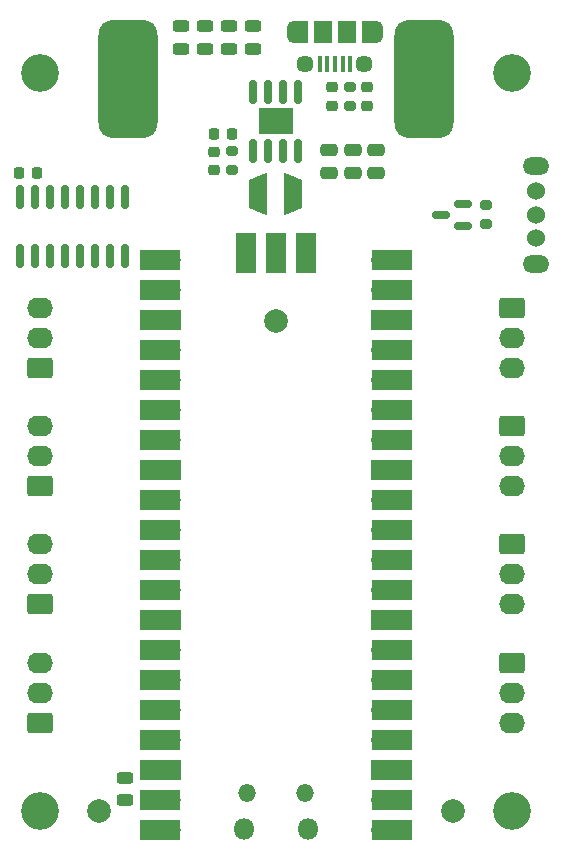
<source format=gts>
%TF.GenerationSoftware,KiCad,Pcbnew,(7.0.0)*%
%TF.CreationDate,2023-03-15T20:35:50+00:00*%
%TF.ProjectId,porta-jelly,706f7274-612d-46a6-956c-6c792e6b6963,rev?*%
%TF.SameCoordinates,Original*%
%TF.FileFunction,Soldermask,Top*%
%TF.FilePolarity,Negative*%
%FSLAX46Y46*%
G04 Gerber Fmt 4.6, Leading zero omitted, Abs format (unit mm)*
G04 Created by KiCad (PCBNEW (7.0.0)) date 2023-03-15 20:35:50*
%MOMM*%
%LPD*%
G01*
G04 APERTURE LIST*
G04 Aperture macros list*
%AMRoundRect*
0 Rectangle with rounded corners*
0 $1 Rounding radius*
0 $2 $3 $4 $5 $6 $7 $8 $9 X,Y pos of 4 corners*
0 Add a 4 corners polygon primitive as box body*
4,1,4,$2,$3,$4,$5,$6,$7,$8,$9,$2,$3,0*
0 Add four circle primitives for the rounded corners*
1,1,$1+$1,$2,$3*
1,1,$1+$1,$4,$5*
1,1,$1+$1,$6,$7*
1,1,$1+$1,$8,$9*
0 Add four rect primitives between the rounded corners*
20,1,$1+$1,$2,$3,$4,$5,0*
20,1,$1+$1,$4,$5,$6,$7,0*
20,1,$1+$1,$6,$7,$8,$9,0*
20,1,$1+$1,$8,$9,$2,$3,0*%
%AMOutline4P*
0 Free polygon, 4 corners , with rotation*
0 The origin of the aperture is its center*
0 number of corners: always 4*
0 $1 to $8 corner X, Y*
0 $9 Rotation angle, in degrees counterclockwise*
0 create outline with 4 corners*
4,1,4,$1,$2,$3,$4,$5,$6,$7,$8,$1,$2,$9*%
G04 Aperture macros list end*
%ADD10RoundRect,0.243750X0.456250X-0.243750X0.456250X0.243750X-0.456250X0.243750X-0.456250X-0.243750X0*%
%ADD11RoundRect,0.225000X-0.250000X0.225000X-0.250000X-0.225000X0.250000X-0.225000X0.250000X0.225000X0*%
%ADD12RoundRect,0.250000X0.845000X-0.620000X0.845000X0.620000X-0.845000X0.620000X-0.845000X-0.620000X0*%
%ADD13O,2.190000X1.740000*%
%ADD14RoundRect,0.200000X-0.275000X0.200000X-0.275000X-0.200000X0.275000X-0.200000X0.275000X0.200000X0*%
%ADD15RoundRect,0.250000X-0.845000X0.620000X-0.845000X-0.620000X0.845000X-0.620000X0.845000X0.620000X0*%
%ADD16RoundRect,0.250000X-0.475000X0.250000X-0.475000X-0.250000X0.475000X-0.250000X0.475000X0.250000X0*%
%ADD17RoundRect,0.200000X0.275000X-0.200000X0.275000X0.200000X-0.275000X0.200000X-0.275000X-0.200000X0*%
%ADD18RoundRect,0.225000X0.250000X-0.225000X0.250000X0.225000X-0.250000X0.225000X-0.250000X-0.225000X0*%
%ADD19Outline4P,-0.725000X-1.800000X0.725000X-1.200000X0.725000X1.200000X-0.725000X1.800000X0.000000*%
%ADD20Outline4P,-0.725000X-1.200000X0.725000X-1.800000X0.725000X1.800000X-0.725000X1.200000X0.000000*%
%ADD21RoundRect,0.243750X-0.456250X0.243750X-0.456250X-0.243750X0.456250X-0.243750X0.456250X0.243750X0*%
%ADD22C,3.200000*%
%ADD23C,2.000000*%
%ADD24R,0.400000X1.350000*%
%ADD25O,1.200000X1.900000*%
%ADD26R,1.200000X1.900000*%
%ADD27C,1.450000*%
%ADD28R,1.500000X1.900000*%
%ADD29RoundRect,0.150000X0.587500X0.150000X-0.587500X0.150000X-0.587500X-0.150000X0.587500X-0.150000X0*%
%ADD30RoundRect,0.150000X0.150000X-0.825000X0.150000X0.825000X-0.150000X0.825000X-0.150000X-0.825000X0*%
%ADD31O,2.250000X1.500000*%
%ADD32C,1.524000*%
%ADD33RoundRect,0.225000X0.225000X0.250000X-0.225000X0.250000X-0.225000X-0.250000X0.225000X-0.250000X0*%
%ADD34O,1.800000X1.800000*%
%ADD35O,1.500000X1.500000*%
%ADD36O,1.700000X1.700000*%
%ADD37R,3.500000X1.700000*%
%ADD38R,1.700000X1.700000*%
%ADD39R,1.700000X3.500000*%
%ADD40RoundRect,0.150000X-0.150000X0.825000X-0.150000X-0.825000X0.150000X-0.825000X0.150000X0.825000X0*%
%ADD41R,3.000000X2.290000*%
%ADD42RoundRect,1.250000X1.250000X-3.750000X1.250000X3.750000X-1.250000X3.750000X-1.250000X-3.750000X0*%
%ADD43RoundRect,0.225000X-0.225000X-0.250000X0.225000X-0.250000X0.225000X0.250000X-0.225000X0.250000X0*%
G04 APERTURE END LIST*
D10*
%TO.C,D2*%
X101950000Y-67937500D03*
X101950000Y-66062500D03*
%TD*%
%TO.C,D4*%
X106050000Y-67937500D03*
X106050000Y-66062500D03*
%TD*%
D11*
%TO.C,C2*%
X114750000Y-71225000D03*
X114750000Y-72775000D03*
%TD*%
D12*
%TO.C,J3*%
X90000000Y-95000000D03*
D13*
X89999999Y-92459999D03*
X89999999Y-89919999D03*
%TD*%
D14*
%TO.C,R2*%
X116250000Y-71175000D03*
X116250000Y-72825000D03*
%TD*%
D12*
%TO.C,J4*%
X90000000Y-105000000D03*
D13*
X89999999Y-102459999D03*
X89999999Y-99919999D03*
%TD*%
D10*
%TO.C,D1*%
X97250000Y-131537500D03*
X97250000Y-129662500D03*
%TD*%
D15*
%TO.C,J9*%
X130000000Y-99920000D03*
D13*
X129999999Y-102459999D03*
X129999999Y-104999999D03*
%TD*%
D16*
%TO.C,C4*%
X116500000Y-76550000D03*
X116500000Y-78450000D03*
%TD*%
D17*
%TO.C,R3*%
X106250000Y-78250000D03*
X106250000Y-76600000D03*
%TD*%
D12*
%TO.C,J5*%
X90000000Y-115000000D03*
D13*
X89999999Y-112459999D03*
X89999999Y-109919999D03*
%TD*%
D18*
%TO.C,C7*%
X117750000Y-72775000D03*
X117750000Y-71225000D03*
%TD*%
D19*
%TO.C,L1*%
X111475000Y-80250000D03*
D20*
X108525000Y-80250000D03*
%TD*%
D21*
%TO.C,D3*%
X104000000Y-66062500D03*
X104000000Y-67937500D03*
%TD*%
D22*
%TO.C,H4*%
X130000000Y-132500000D03*
%TD*%
D15*
%TO.C,J8*%
X130000000Y-109920000D03*
D13*
X129999999Y-112459999D03*
X129999999Y-114999999D03*
%TD*%
D23*
%TO.C,FID3*%
X125000000Y-132500000D03*
%TD*%
D15*
%TO.C,J7*%
X130000000Y-119920000D03*
D13*
X129999999Y-122459999D03*
X129999999Y-124999999D03*
%TD*%
D24*
%TO.C,J1*%
X116299999Y-69212499D03*
X115649999Y-69212499D03*
X114999999Y-69212499D03*
X114349999Y-69212499D03*
X113699999Y-69212499D03*
D25*
X118499999Y-66512499D03*
D26*
X117899999Y-66512499D03*
D27*
X117500000Y-69212500D03*
D28*
X115999999Y-66512499D03*
X113999999Y-66512499D03*
D27*
X112500000Y-69212500D03*
D26*
X112099999Y-66512499D03*
D25*
X111499999Y-66512499D03*
%TD*%
D29*
%TO.C,Q1*%
X125875000Y-82950000D03*
X125875000Y-81050000D03*
X124000000Y-82000000D03*
%TD*%
D30*
%TO.C,U1*%
X88305000Y-85475000D03*
X89575000Y-85475000D03*
X90845000Y-85475000D03*
X92115000Y-85475000D03*
X93385000Y-85475000D03*
X94655000Y-85475000D03*
X95925000Y-85475000D03*
X97195000Y-85475000D03*
X97195000Y-80525000D03*
X95925000Y-80525000D03*
X94655000Y-80525000D03*
X93385000Y-80525000D03*
X92115000Y-80525000D03*
X90845000Y-80525000D03*
X89575000Y-80525000D03*
X88305000Y-80525000D03*
%TD*%
D31*
%TO.C,SW1*%
X131999999Y-86149999D03*
X131999999Y-77849999D03*
D32*
X132000000Y-84000000D03*
X132000000Y-82000000D03*
X132000000Y-80000000D03*
%TD*%
D12*
%TO.C,J6*%
X90000000Y-125000000D03*
D13*
X89999999Y-122459999D03*
X89999999Y-119919999D03*
%TD*%
D33*
%TO.C,C8*%
X106275000Y-75175000D03*
X104725000Y-75175000D03*
%TD*%
D16*
%TO.C,C3*%
X118500000Y-76550000D03*
X118500000Y-78450000D03*
%TD*%
D22*
%TO.C,H2*%
X90000000Y-70000000D03*
%TD*%
D18*
%TO.C,C6*%
X104750000Y-78200000D03*
X104750000Y-76650000D03*
%TD*%
D16*
%TO.C,C5*%
X114500000Y-76550000D03*
X114500000Y-78450000D03*
%TD*%
D17*
%TO.C,R4*%
X127750000Y-82825000D03*
X127750000Y-81175000D03*
%TD*%
D15*
%TO.C,J10*%
X130000000Y-89920000D03*
D13*
X129999999Y-92459999D03*
X129999999Y-94999999D03*
%TD*%
D23*
%TO.C,FID2*%
X110000000Y-91000000D03*
%TD*%
D34*
%TO.C,U2*%
X112724999Y-133999999D03*
D35*
X112424999Y-130969999D03*
X107574999Y-130969999D03*
D34*
X107274999Y-133999999D03*
D36*
X118889999Y-134129999D03*
D37*
X119789999Y-134129999D03*
D36*
X118889999Y-131589999D03*
D37*
X119789999Y-131589999D03*
D38*
X118889999Y-129049999D03*
D37*
X119789999Y-129049999D03*
D36*
X118889999Y-126509999D03*
D37*
X119789999Y-126509999D03*
D36*
X118889999Y-123969999D03*
D37*
X119789999Y-123969999D03*
D36*
X118889999Y-121429999D03*
D37*
X119789999Y-121429999D03*
D36*
X118889999Y-118889999D03*
D37*
X119789999Y-118889999D03*
D38*
X118889999Y-116349999D03*
D37*
X119789999Y-116349999D03*
D36*
X118889999Y-113809999D03*
D37*
X119789999Y-113809999D03*
D36*
X118889999Y-111269999D03*
D37*
X119789999Y-111269999D03*
D36*
X118889999Y-108729999D03*
D37*
X119789999Y-108729999D03*
D36*
X118889999Y-106189999D03*
D37*
X119789999Y-106189999D03*
D38*
X118889999Y-103649999D03*
D37*
X119789999Y-103649999D03*
D36*
X118889999Y-101109999D03*
D37*
X119789999Y-101109999D03*
D36*
X118889999Y-98569999D03*
D37*
X119789999Y-98569999D03*
D36*
X118889999Y-96029999D03*
D37*
X119789999Y-96029999D03*
D36*
X118889999Y-93489999D03*
D37*
X119789999Y-93489999D03*
D38*
X118889999Y-90949999D03*
D37*
X119789999Y-90949999D03*
D36*
X118889999Y-88409999D03*
D37*
X119789999Y-88409999D03*
D36*
X118889999Y-85869999D03*
D37*
X119789999Y-85869999D03*
D36*
X101109999Y-85869999D03*
D37*
X100209999Y-85869999D03*
D36*
X101109999Y-88409999D03*
D37*
X100209999Y-88409999D03*
D38*
X101109999Y-90949999D03*
D37*
X100209999Y-90949999D03*
D36*
X101109999Y-93489999D03*
D37*
X100209999Y-93489999D03*
D36*
X101109999Y-96029999D03*
D37*
X100209999Y-96029999D03*
D36*
X101109999Y-98569999D03*
D37*
X100209999Y-98569999D03*
D36*
X101109999Y-101109999D03*
D37*
X100209999Y-101109999D03*
D38*
X101109999Y-103649999D03*
D37*
X100209999Y-103649999D03*
D36*
X101109999Y-106189999D03*
D37*
X100209999Y-106189999D03*
D36*
X101109999Y-108729999D03*
D37*
X100209999Y-108729999D03*
D36*
X101109999Y-111269999D03*
D37*
X100209999Y-111269999D03*
D36*
X101109999Y-113809999D03*
D37*
X100209999Y-113809999D03*
D38*
X101109999Y-116349999D03*
D37*
X100209999Y-116349999D03*
D36*
X101109999Y-118889999D03*
D37*
X100209999Y-118889999D03*
D36*
X101109999Y-121429999D03*
D37*
X100209999Y-121429999D03*
D36*
X101109999Y-123969999D03*
D37*
X100209999Y-123969999D03*
D36*
X101109999Y-126509999D03*
D37*
X100209999Y-126509999D03*
D38*
X101109999Y-129049999D03*
D37*
X100209999Y-129049999D03*
D36*
X101109999Y-131589999D03*
D37*
X100209999Y-131589999D03*
D36*
X101109999Y-134129999D03*
D37*
X100209999Y-134129999D03*
D36*
X112539999Y-86099999D03*
D39*
X112539999Y-85199999D03*
D38*
X109999999Y-86099999D03*
D39*
X109999999Y-85199999D03*
D36*
X107459999Y-86099999D03*
D39*
X107459999Y-85199999D03*
%TD*%
D23*
%TO.C,FID1*%
X95000000Y-132500000D03*
%TD*%
D40*
%TO.C,U3*%
X111905000Y-71625000D03*
X110635000Y-71625000D03*
X109365000Y-71625000D03*
X108095000Y-71625000D03*
X108095000Y-76575000D03*
X109365000Y-76575000D03*
X110635000Y-76575000D03*
X111905000Y-76575000D03*
D41*
X109999999Y-74099999D03*
%TD*%
D22*
%TO.C,H1*%
X130000000Y-70000000D03*
%TD*%
D21*
%TO.C,D5*%
X108100000Y-66062500D03*
X108100000Y-67937500D03*
%TD*%
D42*
%TO.C,J11*%
X122500000Y-70500000D03*
%TD*%
%TO.C,J2*%
X97500000Y-70500000D03*
%TD*%
D22*
%TO.C,H3*%
X90000000Y-132500000D03*
%TD*%
D43*
%TO.C,C1*%
X88225000Y-78500000D03*
X89775000Y-78500000D03*
%TD*%
M02*

</source>
